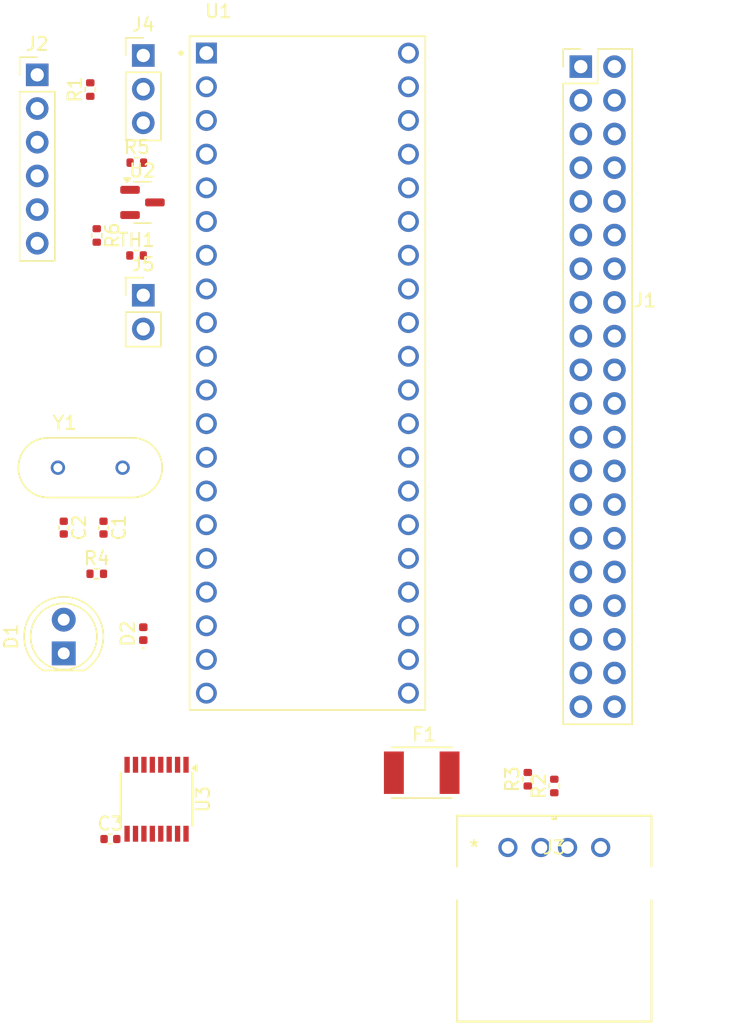
<source format=kicad_pcb>
(kicad_pcb (version 20240108) (generator "pcbnew") (generator_version "8.0")
  (layers (0 "F.Cu" signal) (31 "B.Cu" signal) (34 "B.Paste" user) (35 "F.Paste" user) (36 "B.SilkS" user "B.Silkscreen") (37 "F.SilkS" user "F.Silkscreen") (38 "B.Mask" user) (39 "F.Mask" user) (44 "Edge.Cuts" user))
  (net 0 "")
  (net 1 "GND")
  (net 2 "/OSC1{slash}CLKI{slash}RA7")
  (net 3 "/OSC2{slash}CLKO{slash}RA6")
  (net 4 "/RD4{slash}PSP4")
  (net 5 "Net-(U3-3V3OUT)")
  (net 6 "/RB5{slash}KBI1{slash}PGM")
  (net 7 "/RA3{slash}AN3{slash}VREF+")
  (net 8 "/RB6{slash}KBI2{slash}PGC")
  (net 9 "/RD7{slash}PSP7{slash}P1D")
  (net 10 "/RB2{slash}INT2{slash}AN8")
  (net 11 "/RB3{slash}AN9{slash}CCP2(1)")
  (net 12 "VCC")
  (net 13 "/RE2{slash}CS*{slash}AN7")
  (net 14 "/RD3{slash}PSP3")
  (net 15 "/RB0{slash}INT0{slash}FLT0{slash}AN12")
  (net 16 "/RD0{slash}PSP0")
  (net 17 "/RB7{slash}KBI3{slash}PGD")
  (net 18 "/RE1{slash}WR*{slash}AN6")
  (net 19 "/*MCLR{slash}VPP{slash}RE3")
  (net 20 "/RA2{slash}AN2{slash}VREF-{slash}CVREF")
  (net 21 "/RC3{slash}SCK{slash}SCL")
  (net 22 "/RC1{slash}T1OSI{slash}CCP2(1)")
  (net 23 "/RD5{slash}PSP5{slash}P1B")
  (net 24 "/RC6{slash}TX{slash}CK")
  (net 25 "/RA1{slash}AN1")
  (net 26 "/RE0{slash}RD*{slash}AN5")
  (net 27 "/RC4{slash}SDI{slash}SDA")
  (net 28 "/RC0{slash}T1OSO{slash}T13CKI")
  (net 29 "/RC2{slash}CCP1{slash}P1A")
  (net 30 "/RC7{slash}RX{slash}DT")
  (net 31 "/RD6{slash}PSP6{slash}P1C")
  (net 32 "/RC5{slash}SDO")
  (net 33 "/RB4{slash}KBI0{slash}AN11")
  (net 34 "/RD2{slash}PSP2")
  (net 35 "/RA4{slash}T0CKI{slash}C1OUT")
  (net 36 "/RD1{slash}PSP1")
  (net 37 "/RB1{slash}INT1{slash}AN10")
  (net 38 "/RA0{slash}AN0")
  (net 39 "Net-(U3-USBDM)")
  (net 45 "Net-(U3-USBDP)")
  (net 47 "Net-(J3-D-)")
  (net 48 "Net-(J3-D+)")
  (net 49 "Net-(D1-A)")
  (net 52 "/VTHERM")
  (net 54 "/RA5{slash}AN4{slash}SS*{slash}HLVDIN{slash}C2OUT")
  (net 55 "Net-(J3-VBUS)")
  (footprint "LED_THT:LED_D5.0mm" (layer "F.Cu") (at 161 115 90)
    (property "Reference" "D1" (at 1.27 -3.96 270) (layer "F.SilkS"))
    (property "Value" "LED")
    (fp_line (start -1.29 -1.545) (end -1.29 1.545) (stroke (width 0.12)) (layer "F.SilkS"))
    (fp_arc (start -1.29 -1.54483) (mid 2.072002 -2.880433) (end 4.26 0.000462) (stroke (width 0.12)) (layer "F.SilkS"))
    (fp_arc (start 4.26 -0.000462) (mid 2.072002 2.880433) (end -1.29 1.54483) (stroke (width 0.12)) (layer "F.SilkS"))
    (fp_circle (center 1.27 0) (end 3.77 0) (stroke (width 0.12)) (fill none) (layer "F.SilkS"))
    (pad "1" thru_hole rect (at 0 0 90) (size 1.8 1.8) (drill 0.9) (layers "*.Cu" "*.Mask") (net 1 "GND"))
    (pad "2" thru_hole circle (at 2.54 0 90) (size 1.8 1.8) (drill 0.9) (layers "*.Cu" "*.Mask") (net 49 "Net-(D1-A)"))
  )
  (footprint "Connector_PinHeader_2.54mm:PinHeader_1x06_P2.54mm_Vertical" (layer "F.Cu") (at 159 71.38)
    (property "Reference" "J2" (at 0 -2.33 0) (layer "F.SilkS"))
    (property "Value" "Conn_01x06")
    (fp_line (start -1.33 -1.33) (end 0 -1.33) (stroke (width 0.12)) (layer "F.SilkS"))
    (fp_line (start -1.33 0) (end -1.33 -1.33) (stroke (width 0.12)) (layer "F.SilkS"))
    (fp_line (start -1.33 1.27) (end -1.33 14.03) (stroke (width 0.12)) (layer "F.SilkS"))
    (fp_line (start -1.33 1.27) (end 1.33 1.27) (stroke (width 0.12)) (layer "F.SilkS"))
    (fp_line (start -1.33 14.03) (end 1.33 14.03) (stroke (width 0.12)) (layer "F.SilkS"))
    (fp_line (start 1.33 1.27) (end 1.33 14.03) (stroke (width 0.12)) (layer "F.SilkS"))
    (pad "1" thru_hole rect (at 0 0) (size 1.7 1.7) (drill 1) (layers "*.Cu" "*.Mask") (net 19 "/*MCLR{slash}VPP{slash}RE3"))
    (pad "2" thru_hole oval (at 0 2.54) (size 1.7 1.7) (drill 1) (layers "*.Cu" "*.Mask") (net 12 "VCC"))
    (pad "3" thru_hole oval (at 0 5.08) (size 1.7 1.7) (drill 1) (layers "*.Cu" "*.Mask") (net 1 "GND"))
    (pad "4" thru_hole oval (at 0 7.62) (size 1.7 1.7) (drill 1) (layers "*.Cu" "*.Mask") (net 17 "/RB7{slash}KBI3{slash}PGD"))
    (pad "5" thru_hole oval (at 0 10.16) (size 1.7 1.7) (drill 1) (layers "*.Cu" "*.Mask") (net 8 "/RB6{slash}KBI2{slash}PGC"))
    (pad "6" thru_hole oval (at 0 12.7) (size 1.7 1.7) (drill 1) (layers "*.Cu" "*.Mask"))
  )
  (footprint "Resistor_SMD:R_0402_1005Metric" (layer "F.Cu") (at 166.51 78)
    (property "Reference" "R5" (at 0 -1.17 0) (layer "F.SilkS"))
    (property "Value" "33")
    (fp_line (start -0.153641 -0.38) (end 0.153641 -0.38) (stroke (width 0.12)) (layer "F.SilkS"))
    (fp_line (start -0.153641 0.38) (end 0.153641 0.38) (stroke (width 0.12)) (layer "F.SilkS"))
    (pad "1" smd roundrect (at -0.51 0) (size 0.54 0.64) (layers "F.Cu" "F.Paste" "F.Mask") (net 12 "VCC"))
    (pad "2" smd roundrect (at 0.51 0) (size 0.54 0.64) (layers "F.Cu" "F.Paste" "F.Mask") (net 7 "/RA3{slash}AN3{slash}VREF+"))
  )
  (footprint "PinSockets:PinSocket_2x20_Counter_Clockwise_P2.54mm_Vertical" (layer "F.Cu") (at 202.54 70.76)
    (property "Reference" "J1" (at 2.29 17.63 0) (layer "F.SilkS"))
    (property "Value" "Conn_02x20_Counter_Clockwise")
    (fp_line (start -3.87 -1.33) (end -3.87 0) (stroke (width 0.12)) (layer "F.SilkS"))
    (fp_line (start -3.87 1.27) (end -3.87 49.59) (stroke (width 0.12)) (layer "F.SilkS"))
    (fp_line (start -2.54 -1.33) (end -3.87 -1.33) (stroke (width 0.12)) (layer "F.SilkS"))
    (fp_line (start -1.27 -1.33) (end -1.27 1.27) (stroke (width 0.12)) (layer "F.SilkS"))
    (fp_line (start -1.27 1.27) (end -3.87 1.27) (stroke (width 0.12)) (layer "F.SilkS"))
    (fp_line (start 1.33 -1.33) (end -1.27 -1.33) (stroke (width 0.12)) (layer "F.SilkS"))
    (fp_line (start 1.33 -1.33) (end 1.33 49.59) (stroke (width 0.12)) (layer "F.SilkS"))
    (fp_line (start 1.33 49.59) (end -3.87 49.59) (stroke (width 0.12)) (layer "F.SilkS"))
    (pad "1" thru_hole rect (at -2.54 0) (size 1.7 1.7) (drill 1) (layers "*.Cu" "*.Mask") (net 19 "/*MCLR{slash}VPP{slash}RE3"))
    (pad "2" thru_hole oval (at -2.54 2.54) (size 1.7 1.7) (drill 1) (layers "*.Cu" "*.Mask") (net 38 "/RA0{slash}AN0"))
    (pad "3" thru_hole oval (at -2.54 5.08) (size 1.7 1.7) (drill 1) (layers "*.Cu" "*.Mask") (net 25 "/RA1{slash}AN1"))
    (pad "4" thru_hole oval (at -2.54 7.62) (size 1.7 1.7) (drill 1) (layers "*.Cu" "*.Mask") (net 20 "/RA2{slash}AN2{slash}VREF-{slash}CVREF"))
    (pad "5" thru_hole oval (at -2.54 10.16) (size 1.7 1.7) (drill 1) (layers "*.Cu" "*.Mask") (net 7 "/RA3{slash}AN3{slash}VREF+"))
    (pad "6" thru_hole oval (at -2.54 12.7) (size 1.7 1.7) (drill 1) (layers "*.Cu" "*.Mask") (net 35 "/RA4{slash}T0CKI{slash}C1OUT"))
    (pad "7" thru_hole oval (at -2.54 15.24) (size 1.7 1.7) (drill 1) (layers "*.Cu" "*.Mask"))
    (pad "8" thru_hole oval (at -2.54 17.78) (size 1.7 1.7) (drill 1) (layers "*.Cu" "*.Mask") (net 26 "/RE0{slash}RD*{slash}AN5"))
    (pad "9" thru_hole oval (at -2.54 20.32) (size 1.7 1.7) (drill 1) (layers "*.Cu" "*.Mask") (net 18 "/RE1{slash}WR*{slash}AN6"))
    (pad "10" thru_hole oval (at -2.54 22.86) (size 1.7 1.7) (drill 1) (layers "*.Cu" "*.Mask") (net 13 "/RE2{slash}CS*{slash}AN7"))
    (pad "11" thru_hole oval (at -2.54 25.4) (size 1.7 1.7) (drill 1) (layers "*.Cu" "*.Mask") (net 12 "VCC"))
    (pad "12" thru_hole oval (at -2.54 27.94) (size 1.7 1.7) (drill 1) (layers "*.Cu" "*.Mask") (net 1 "GND"))
    (pad "13" thru_hole oval (at -2.54 30.48) (size 1.7 1.7) (drill 1) (layers "*.Cu" "*.Mask") (net 2 "/OSC1{slash}CLKI{slash}RA7"))
    (pad "14" thru_hole oval (at -2.54 33.02) (size 1.7 1.7) (drill 1) (layers "*.Cu" "*.Mask") (net 3 "/OSC2{slash}CLKO{slash}RA6"))
    (pad "15" thru_hole oval (at -2.54 35.56) (size 1.7 1.7) (drill 1) (layers "*.Cu" "*.Mask") (net 28 "/RC0{slash}T1OSO{slash}T13CKI"))
    (pad "16" thru_hole oval (at -2.54 38.1) (size 1.7 1.7) (drill 1) (layers "*.Cu" "*.Mask") (net 22 "/RC1{slash}T1OSI{slash}CCP2(1)"))
    (pad "17" thru_hole oval (at -2.54 40.64) (size 1.7 1.7) (drill 1) (layers "*.Cu" "*.Mask") (net 29 "/RC2{slash}CCP1{slash}P1A"))
    (pad "18" thru_hole oval (at -2.54 43.18) (size 1.7 1.7) (drill 1) (layers "*.Cu" "*.Mask") (net 21 "/RC3{slash}SCK{slash}SCL"))
    (pad "19" thru_hole oval (at -2.54 45.72) (size 1.7 1.7) (drill 1) (layers "*.Cu" "*.Mask") (net 16 "/RD0{slash}PSP0"))
    (pad "20" thru_hole oval (at -2.54 48.26) (size 1.7 1.7) (drill 1) (layers "*.Cu" "*.Mask") (net 36 "/RD1{slash}PSP1"))
    (pad "21" thru_hole oval (at 0 48.26) (size 1.7 1.7) (drill 1) (layers "*.Cu" "*.Mask") (net 34 "/RD2{slash}PSP2"))
    (pad "22" thru_hole oval (at 0 45.72) (size 1.7 1.7) (drill 1) (layers "*.Cu" "*.Mask") (net 14 "/RD3{slash}PSP3"))
    (pad "23" thru_hole oval (at 0 43.18) (size 1.7 1.7) (drill 1) (layers "*.Cu" "*.Mask") (net 27 "/RC4{slash}SDI{slash}SDA"))
    (pad "24" thru_hole oval (at 0 40.64) (size 1.7 1.7) (drill 1) (layers "*.Cu" "*.Mask") (net 32 "/RC5{slash}SDO"))
    (pad "25" thru_hole oval (at 0 38.1) (size 1.7 1.7) (drill 1) (layers "*.Cu" "*.Mask") (net 24 "/RC6{slash}TX{slash}CK"))
    (pad "26" thru_hole oval (at 0 35.56) (size 1.7 1.7) (drill 1) (layers "*.Cu" "*.Mask") (net 30 "/RC7{slash}RX{slash}DT"))
    (pad "27" thru_hole oval (at 0 33.02) (size 1.7 1.7) (drill 1) (layers "*.Cu" "*.Mask") (net 4 "/RD4{slash}PSP4"))
    (pad "28" thru_hole oval (at 0 30.48) (size 1.7 1.7) (drill 1) (layers "*.Cu" "*.Mask") (net 23 "/RD5{slash}PSP5{slash}P1B"))
    (pad "29" thru_hole oval (at 0 27.94) (size 1.7 1.7) (drill 1) (layers "*.Cu" "*.Mask") (net 31 "/RD6{slash}PSP6{slash}P1C"))
    (pad "30" thru_hole oval (at 0 25.4) (size 1.7 1.7) (drill 1) (layers "*.Cu" "*.Mask") (net 9 "/RD7{slash}PSP7{slash}P1D"))
    (pad "31" thru_hole oval (at 0 22.86) (size 1.7 1.7) (drill 1) (layers "*.Cu" "*.Mask") (net 1 "GND"))
    (pad "32" thru_hole oval (at 0 20.32) (size 1.7 1.7) (drill 1) (layers "*.Cu" "*.Mask") (net 12 "VCC"))
    (pad "33" thru_hole oval (at 0 17.78) (size 1.7 1.7) (drill 1) (layers "*.Cu" "*.Mask") (net 15 "/RB0{slash}INT0{slash}FLT0{slash}AN12"))
    (pad "34" thru_hole oval (at 0 15.24) (size 1.7 1.7) (drill 1) (layers "*.Cu" "*.Mask") (net 37 "/RB1{slash}INT1{slash}AN10"))
    (pad "35" thru_hole oval (at 0 12.7) (size 1.7 1.7) (drill 1) (layers "*.Cu" "*.Mask") (net 10 "/RB2{slash}INT2{slash}AN8"))
    (pad "36" thru_hole oval (at 0 10.16) (size 1.7 1.7) (drill 1) (layers "*.Cu" "*.Mask") (net 11 "/RB3{slash}AN9{slash}CCP2(1)"))
    (pad "37" thru_hole oval (at 0 7.62) (size 1.7 1.7) (drill 1) (layers "*.Cu" "*.Mask") (net 33 "/RB4{slash}KBI0{slash}AN11"))
    (pad "38" thru_hole oval (at 0 5.08) (size 1.7 1.7) (drill 1) (layers "*.Cu" "*.Mask") (net 6 "/RB5{slash}KBI1{slash}PGM"))
    (pad "39" thru_hole oval (at 0 2.54) (size 1.7 1.7) (drill 1) (layers "*.Cu" "*.Mask") (net 8 "/RB6{slash}KBI2{slash}PGC"))
    (pad "40" thru_hole oval (at 0 0) (size 1.7 1.7) (drill 1) (layers "*.Cu" "*.Mask") (net 17 "/RB7{slash}KBI3{slash}PGD"))
  )
  (footprint "Resistor_SMD:R_0402_1005Metric" (layer "F.Cu") (at 163 72.49 90)
    (property "Reference" "R1" (at 0 -1.17 270) (layer "F.SilkS"))
    (property "Value" "10K")
    (fp_line (start -0.153641 -0.38) (end 0.153641 -0.38) (stroke (width 0.12)) (layer "F.SilkS"))
    (fp_line (start -0.153641 0.38) (end 0.153641 0.38) (stroke (width 0.12)) (layer "F.SilkS"))
    (pad "1" smd roundrect (at -0.51 0 90) (size 0.54 0.64) (layers "F.Cu" "F.Paste" "F.Mask") (net 12 "VCC"))
    (pad "2" smd roundrect (at 0.51 0 90) (size 0.54 0.64) (layers "F.Cu" "F.Paste" "F.Mask") (net 19 "/*MCLR{slash}VPP{slash}RE3"))
  )
  (footprint "Package_SO:SSOP-16_3.9x4.9mm_P0.635mm" (layer "F.Cu") (at 168 126 -90)
    (property "Reference" "U3" (at 0 -3.5 90) (layer "F.SilkS"))
    (property "Value" "FT230XS")
    (fp_line (start -2 2.7) (end 2 2.7) (stroke (width 0.15)) (layer "F.SilkS"))
    (fp_line (start -2 -2.7) (end 2 -2.7) (stroke (width 0.15)) (layer "F.SilkS"))
    (fp_poly (pts (xy -2.35 -2.7) (xy -2.59 -3.03) (xy -2.11 -3.03) (xy -2.35 -2.7)) (stroke (width 0.12)) (fill solid) (layer "F.SilkS"))
    (pad "1" smd rect (at -2.6 -2.2225 270) (size 1.2 0.4) (layers "F.Cu" "F.Paste" "F.Mask") (net 30 "/RC7{slash}RX{slash}DT"))
    (pad "2" smd rect (at -2.6 -1.5875 270) (size 1.2 0.4) (layers "F.Cu" "F.Paste" "F.Mask"))
    (pad "3" smd rect (at -2.6 -0.9525 270) (size 1.2 0.4) (layers "F.Cu" "F.Paste" "F.Mask") (net 5 "Net-(U3-3V3OUT)"))
    (pad "4" smd rect (at -2.6 -0.3175 270) (size 1.2 0.4) (layers "F.Cu" "F.Paste" "F.Mask") (net 24 "/RC6{slash}TX{slash}CK"))
    (pad "5" smd rect (at -2.6 0.3175 270) (size 1.2 0.4) (layers "F.Cu" "F.Paste" "F.Mask") (net 1 "GND"))
    (pad "6" smd rect (at -2.6 0.9525 270) (size 1.2 0.4) (layers "F.Cu" "F.Paste" "F.Mask"))
    (pad "7" smd rect (at -2.6 1.5875 270) (size 1.2 0.4) (layers "F.Cu" "F.Paste" "F.Mask"))
    (pad "8" smd rect (at -2.6 2.2225 270) (size 1.2 0.4) (layers "F.Cu" "F.Paste" "F.Mask") (net 45 "Net-(U3-USBDP)"))
    (pad "9" smd rect (at 2.6 2.2225 270) (size 1.2 0.4) (layers "F.Cu" "F.Paste" "F.Mask") (net 39 "Net-(U3-USBDM)"))
    (pad "10" smd rect (at 2.6 1.5875 270) (size 1.2 0.4) (layers "F.Cu" "F.Paste" "F.Mask") (net 5 "Net-(U3-3V3OUT)"))
    (pad "11" smd rect (at 2.6 0.9525 270) (size 1.2 0.4) (layers "F.Cu" "F.Paste" "F.Mask") (net 5 "Net-(U3-3V3OUT)"))
    (pad "12" smd rect (at 2.6 0.3175 270) (size 1.2 0.4) (layers "F.Cu" "F.Paste" "F.Mask") (net 12 "VCC"))
    (pad "13" smd rect (at 2.6 -0.3175 270) (size 1.2 0.4) (layers "F.Cu" "F.Paste" "F.Mask") (net 1 "GND"))
    (pad "14" smd rect (at 2.6 -0.9525 270) (size 1.2 0.4) (layers "F.Cu" "F.Paste" "F.Mask"))
    (pad "15" smd rect (at 2.6 -1.5875 270) (size 1.2 0.4) (layers "F.Cu" "F.Paste" "F.Mask"))
    (pad "16" smd rect (at 2.6 -2.2225 270) (size 1.2 0.4) (layers "F.Cu" "F.Paste" "F.Mask"))
  )
  (footprint "Capacitor_SMD:C_0402_1005Metric" (layer "F.Cu") (at 164.52 129)
    (property "Reference" "C3" (at 0 -1.16 0) (layer "F.SilkS"))
    (property "Value" "100nF")
    (fp_line (start -0.107836 -0.36) (end 0.107836 -0.36) (stroke (width 0.12)) (layer "F.SilkS"))
    (fp_line (start -0.107836 0.36) (end 0.107836 0.36) (stroke (width 0.12)) (layer "F.SilkS"))
    (pad "1" smd roundrect (at -0.48 0) (size 0.56 0.62) (layers "F.Cu" "F.Paste" "F.Mask") (net 5 "Net-(U3-3V3OUT)"))
    (pad "2" smd roundrect (at 0.48 0) (size 0.56 0.62) (layers "F.Cu" "F.Paste" "F.Mask") (net 1 "GND"))
  )
  (footprint "Capacitor_SMD:C_0402_1005Metric" (layer "F.Cu") (at 161 105.52 -90)
    (property "Reference" "C2" (at 0 -1.16 90) (layer "F.SilkS"))
    (property "Value" "22pF")
    (fp_line (start -0.107836 0.36) (end 0.107836 0.36) (stroke (width 0.12)) (layer "F.SilkS"))
    (fp_line (start -0.107836 -0.36) (end 0.107836 -0.36) (stroke (width 0.12)) (layer "F.SilkS"))
    (pad "1" smd roundrect (at -0.48 0 270) (size 0.56 0.62) (layers "F.Cu" "F.Paste" "F.Mask") (net 1 "GND"))
    (pad "2" smd roundrect (at 0.48 0 270) (size 0.56 0.62) (layers "F.Cu" "F.Paste" "F.Mask") (net 3 "/OSC2{slash}CLKO{slash}RA6"))
  )
  (footprint "Resistor_SMD:R_0402_1005Metric" (layer "F.Cu") (at 196 124.49 90)
    (property "Reference" "R3" (at 0 -1.17 270) (layer "F.SilkS"))
    (property "Value" "27")
    (fp_line (start -0.153641 -0.38) (end 0.153641 -0.38) (stroke (width 0.12)) (layer "F.SilkS"))
    (fp_line (start -0.153641 0.38) (end 0.153641 0.38) (stroke (width 0.12)) (layer "F.SilkS"))
    (pad "1" smd roundrect (at -0.51 0 90) (size 0.54 0.64) (layers "F.Cu" "F.Paste" "F.Mask") (net 47 "Net-(J3-D-)"))
    (pad "2" smd roundrect (at 0.51 0 90) (size 0.54 0.64) (layers "F.Cu" "F.Paste" "F.Mask") (net 39 "Net-(U3-USBDM)"))
  )
  (footprint "ATS08A-E:XTAL_HC49P488W43L1085T450H368" (layer "F.Cu") (at 163 101)
    (property "Reference" "Y1" (at -1.925 -3.385 0) (layer "F.SilkS"))
    (property "Value" "8 MHz")
    (fp_line (start -3.175 -2.25) (end 3.175 -2.25) (stroke (width 0.127)) (layer "F.SilkS"))
    (fp_line (start 3.175 2.25) (end -3.175 2.25) (stroke (width 0.127)) (layer "F.SilkS"))
    (fp_arc (start -5.425 0) (mid -4.76599 -1.59099) (end -3.175 -2.25) (stroke (width 0.127)) (layer "F.SilkS"))
    (fp_arc (start -3.175 2.25) (mid -4.76599 1.59099) (end -5.425 0) (stroke (width 0.127)) (layer "F.SilkS"))
    (fp_arc (start 3.175 -2.25) (mid 4.76599 -1.59099) (end 5.425 0) (stroke (width 0.127)) (layer "F.SilkS"))
    (fp_arc (start 5.425 0) (mid 4.76599 1.59099) (end 3.175 2.25) (stroke (width 0.127)) (layer "F.SilkS"))
    (pad "1" thru_hole circle (at -2.44 0) (size 1.08 1.08) (drill 0.68) (layers "*.Cu" "*.Mask") (net 3 "/OSC2{slash}CLKO{slash}RA6"))
    (pad "2" thru_hole circle (at 2.44 0) (size 1.08 1.08) (drill 0.68) (layers "*.Cu" "*.Mask") (net 2 "/OSC1{slash}CLKI{slash}RA7"))
  )
  (footprint "DILB40P-223TLF:AMPHENOL_DILB40P-223TLF" (layer "F.Cu") (at 179.38 93.87)
    (property "Reference" "U1" (at -6.715 -27.285 0) (layer "F.SilkS"))
    (property "Value" "PIC18F4321-I/P")
    (fp_line (start -8.89 -25.4) (end 8.89 -25.4) (stroke (width 0.127)) (layer "F.SilkS"))
    (fp_line (start -8.89 25.4) (end -8.89 -25.4) (stroke (width 0.127)) (layer "F.SilkS"))
    (fp_line (start 8.89 25.4) (end -8.89 25.4) (stroke (width 0.127)) (layer "F.SilkS"))
    (fp_line (start 8.89 25.4) (end 8.89 -25.4) (stroke (width 0.127)) (layer "F.SilkS"))
    (fp_circle (center -9.54 -24.13) (end -9.44 -24.13) (stroke (width 0.2)) (fill none) (layer "F.SilkS"))
    (pad "1" thru_hole rect (at -7.62 -24.13) (size 1.575 1.575) (drill 1.05) (layers "*.Cu" "*.Mask") (net 19 "/*MCLR{slash}VPP{slash}RE3"))
    (pad "2" thru_hole circle (at -7.62 -21.59) (size 1.575 1.575) (drill 1.05) (layers "*.Cu" "*.Mask") (net 38 "/RA0{slash}AN0"))
    (pad "3" thru_hole circle (at -7.62 -19.05) (size 1.575 1.575) (drill 1.05) (layers "*.Cu" "*.Mask") (net 25 "/RA1{slash}AN1"))
    (pad "4" thru_hole circle (at -7.62 -16.51) (size 1.575 1.575) (drill 1.05) (layers "*.Cu" "*.Mask") (net 20 "/RA2{slash}AN2{slash}VREF-{slash}CVREF"))
    (pad "5" thru_hole circle (at -7.62 -13.97) (size 1.575 1.575) (drill 1.05) (layers "*.Cu" "*.Mask") (net 7 "/RA3{slash}AN3{slash}VREF+"))
    (pad "6" thru_hole circle (at -7.62 -11.43) (size 1.575 1.575) (drill 1.05) (layers "*.Cu" "*.Mask") (net 35 "/RA4{slash}T0CKI{slash}C1OUT"))
    (pad "7" thru_hole circle (at -7.62 -8.89) (size 1.575 1.575) (drill 1.05) (layers "*.Cu" "*.Mask") (net 54 "/RA5{slash}AN4{slash}SS*{slash}HLVDIN{slash}C2OUT"))
    (pad "8" thru_hole circle (at -7.62 -6.35) (size 1.575 1.575) (drill 1.05) (layers "*.Cu" "*.Mask") (net 26 "/RE0{slash}RD*{slash}AN5"))
    (pad "9" thru_hole circle (at -7.62 -3.81) (size 1.575 1.575) (drill 1.05) (layers "*.Cu" "*.Mask") (net 18 "/RE1{slash}WR*{slash}AN6"))
    (pad "10" thru_hole circle (at -7.62 -1.27) (size 1.575 1.575) (drill 1.05) (layers "*.Cu" "*.Mask") (net 13 "/RE2{slash}CS*{slash}AN7"))
    (pad "11" thru_hole circle (at -7.62 1.27) (size 1.575 1.575) (drill 1.05) (layers "*.Cu" "*.Mask") (net 12 "VCC"))
    (pad "12" thru_hole circle (at -7.62 3.81) (size 1.575 1.575) (drill 1.05) (layers "*.Cu" "*.Mask") (net 1 "GND"))
    (pad "13" thru_hole circle (at -7.62 6.35) (size 1.575 1.575) (drill 1.05) (layers "*.Cu" "*.Mask") (net 2 "/OSC1{slash}CLKI{slash}RA7"))
    (pad "14" thru_hole circle (at -7.62 8.89) (size 1.575 1.575) (drill 1.05) (layers "*.Cu" "*.Mask") (net 3 "/OSC2{slash}CLKO{slash}RA6"))
    (pad "15" thru_hole circle (at -7.62 11.43) (size 1.575 1.575) (drill 1.05) (layers "*.Cu" "*.Mask") (net 28 "/RC0{slash}T1OSO{slash}T13CKI"))
    (pad "16" thru_hole circle (at -7.62 13.97) (size 1.575 1.575) (drill 1.05) (layers "*.Cu" "*.Mask") (net 22 "/RC1{slash}T1OSI{slash}CCP2(1)"))
    (pad "17" thru_hole circle (at -7.62 16.51) (size 1.575 1.575) (drill 1.05) (layers "*.Cu" "*.Mask") (net 29 "/RC2{slash}CCP1{slash}P1A"))
    (pad "18" thru_hole circle (at -7.62 19.05) (size 1.575 1.575) (drill 1.05) (layers "*.Cu" "*.Mask") (net 21 "/RC3{slash}SCK{slash}SCL"))
    (pad "19" thru_hole circle (at -7.62 21.59) (size 1.575 1.575) (drill 1.05) (layers "*.Cu" "*.Mask") (net 16 "/RD0{slash}PSP0"))
    (pad "20" thru_hole circle (at -7.62 24.13) (size 1.575 1.575) (drill 1.05) (layers "*.Cu" "*.Mask") (net 36 "/RD1{slash}PSP1"))
    (pad "21" thru_hole circle (at 7.62 24.13) (size 1.575 1.575) (drill 1.05) (layers "*.Cu" "*.Mask") (net 34 "/RD2{slash}PSP2"))
    (pad "22" thru_hole circle (at 7.62 21.59) (size 1.575 1.575) (drill 1.05) (layers "*.Cu" "*.Mask") (net 14 "/RD3{slash}PSP3"))
    (pad "23" thru_hole circle (at 7.62 19.05) (size 1.575 1.575) (drill 1.05) (layers "*.Cu" "*.Mask") (net 27 "/RC4{slash}SDI{slash}SDA"))
    (pad "24" thru_hole circle (at 7.62 16.51) (size 1.575 1.575) (drill 1.05) (layers "*.Cu" "*.Mask") (net 32 "/RC5{slash}SDO"))
    (pad "25" thru_hole circle (at 7.62 13.97) (size 1.575 1.575) (drill 1.05) (layers "*.Cu" "*.Mask") (net 24 "/RC6{slash}TX{slash}CK"))
    (pad "26" thru_hole circle (at 7.62 11.43) (size 1.575 1.575) (drill 1.05) (layers "*.Cu" "*.Mask") (net 30 "/RC7{slash}RX{slash}DT"))
    (pad "27" thru_hole circle (at 7.62 8.89) (size 1.575 1.575) (drill 1.05) (layers "*.Cu" "*.Mask") (net 4 "/RD4{slash}PSP4"))
    (pad "28" thru_hole circle (at 7.62 6.35) (size 1.575 1.575) (drill 1.05) (layers "*.Cu" "*.Mask") (net 23 "/RD5{slash}PSP5{slash}P1B"))
    (pad "29" thru_hole circle (at 7.62 3.81) (size 1.575 1.575) (drill 1.05) (layers "*.Cu" "*.Mask") (net 31 "/RD6{slash}PSP6{slash}P1C"))
    (pad "30" thru_hole circle (at 7.62 1.27) (size 1.575 1.575) (drill 1.05) (layers "*.Cu" "*.Mask") (net 9 "/RD7{slash}PSP7{slash}P1D"))
    (pad "31" thru_hole circle (at 7.62 -1.27) (size 1.575 1.575) (drill 1.05) (layers "*.Cu" "*.Mask") (net 1 "GND"))
    (pad "32" thru_hole circle (at 7.62 -3.81) (size 1.575 1.575) (drill 1.05) (layers "*.Cu" "*.Mask") (net 12 "VCC"))
    (pad "33" thru_hole circle (at 7.62 -6.35) (size 1.575 1.575) (drill 1.05) (layers "*.Cu" "*.Mask") (net 15 "/RB0{slash}INT0{slash}FLT0{slash}AN12"))
    (pad "34" thru_hole circle (at 7.62 -8.89) (size 1.575 1.575) (drill 1.05) (layers "*.Cu" "*.Mask") (net 37 "/RB1{slash}INT1{slash}AN10"))
    (pad "35" thru_hole circle (at 7.62 -11.43) (size 1.575 1.575) (drill 1.05) (layers "*.Cu" "*.Mask") (net 10 "/RB2{slash}INT2{slash}AN8"))
    (pad "36" thru_hole circle (at 7.62 -13.97) (size 1.575 1.575) (drill 1.05) (layers "*.Cu" "*.Mask") (net 11 "/RB3{slash}AN9{slash}CCP2(1)"))
    (pad "37" thru_hole circle (at 7.62 -16.51) (size 1.575 1.575) (drill 1.05) (layers "*.Cu" "*.Mask") (net 33 "/RB4{slash}KBI0{slash}AN11"))
    (pad "38" thru_hole circle (at 7.62 -19.05) (size 1.575 1.575) (drill 1.05) (layers "*.Cu" "*.Mask") (net 6 "/RB5{slash}KBI1{slash}PGM"))
    (pad "39" thru_hole circle (at 7.62 -21.59) (size 1.575 1.575) (drill 1.05) (layers "*.Cu" "*.Mask") (net 8 "/RB6{slash}KBI2{slash}PGC"))
    (pad "40" thru_hole circle (at 7.62 -24.13) (size 1.575 1.575) (drill 1.05) (layers "*.Cu" "*.Mask") (net 17 "/RB7{slash}KBI3{slash}PGD"))
  )
  (footprint "Connector_PinHeader_2.54mm:PinHeader_1x03_P2.54mm_Vertical" (layer "F.Cu") (at 167 69.92)
    (property "Reference" "J4" (at 0 -2.33 0) (layer "F.SilkS"))
    (property "Value" "Conn_01x03")
    (fp_line (start -1.33 -1.33) (end 0 -1.33) (stroke (width 0.12)) (layer "F.SilkS"))
    (fp_line (start -1.33 0) (end -1.33 -1.33) (stroke (width 0.12)) (layer "F.SilkS"))
    (fp_line (start -1.33 1.27) (end -1.33 6.41) (stroke (width 0.12)) (layer "F.SilkS"))
    (fp_line (start -1.33 1.27) (end 1.33 1.27) (stroke (width 0.12)) (layer "F.SilkS"))
    (fp_line (start -1.33 6.41) (end 1.33 6.41) (stroke (width 0.12)) (layer "F.SilkS"))
    (fp_line (start 1.33 1.27) (end 1.33 6.41) (stroke (width 0.12)) (layer "F.SilkS"))
    (pad "1" thru_hole rect (at 0 0) (size 1.7 1.7) (drill 1) (layers "*.Cu" "*.Mask"))
    (pad "2" thru_hole oval (at 0 2.54) (size 1.7 1.7) (drill 1) (layers "*.Cu" "*.Mask") (net 25 "/RA1{slash}AN1"))
    (pad "3" thru_hole oval (at 0 5.08) (size 1.7 1.7) (drill 1) (layers "*.Cu" "*.Mask") (net 7 "/RA3{slash}AN3{slash}VREF+"))
  )
  (footprint "Capacitor_SMD:C_0402_1005Metric" (layer "F.Cu") (at 164 105.52 -90)
    (property "Reference" "C1" (at 0 -1.16 90) (layer "F.SilkS"))
    (property "Value" "22pF")
    (fp_line (start -0.107836 0.36) (end 0.107836 0.36) (stroke (width 0.12)) (layer "F.SilkS"))
    (fp_line (start -0.107836 -0.36) (end 0.107836 -0.36) (stroke (width 0.12)) (layer "F.SilkS"))
    (pad "1" smd roundrect (at -0.48 0 270) (size 0.56 0.62) (layers "F.Cu" "F.Paste" "F.Mask") (net 1 "GND"))
    (pad "2" smd roundrect (at 0.48 0 270) (size 0.56 0.62) (layers "F.Cu" "F.Paste" "F.Mask") (net 2 "/OSC1{slash}CLKI{slash}RA7"))
  )
  (footprint "Connector_PinHeader_2.54mm:PinHeader_1x02_P2.54mm_Vertical" (layer "F.Cu") (at 167 88)
    (property "Reference" "J5" (at 0 -2.33 0) (layer "F.SilkS"))
    (property "Value" "Conn_01x02")
    (fp_line (start -1.33 -1.33) (end 0 -1.33) (stroke (width 0.12)) (layer "F.SilkS"))
    (fp_line (start -1.33 0) (end -1.33 -1.33) (stroke (width 0.12)) (layer "F.SilkS"))
    (fp_line (start -1.33 1.27) (end -1.33 3.87) (stroke (width 0.12)) (layer "F.SilkS"))
    (fp_line (start -1.33 1.27) (end 1.33 1.27) (stroke (width 0.12)) (layer "F.SilkS"))
    (fp_line (start -1.33 3.87) (end 1.33 3.87) (stroke (width 0.12)) (layer "F.SilkS"))
    (fp_line (start 1.33 1.27) (end 1.33 3.87) (stroke (width 0.12)) (layer "F.SilkS"))
    (pad "1" thru_hole rect (at 0 0) (size 1.7 1.7) (drill 1) (layers "*.Cu" "*.Mask") (net 52 "/VTHERM"))
    (pad "2" thru_hole oval (at 0 2.54) (size 1.7 1.7) (drill 1) (layers "*.Cu" "*.Mask") (net 52 "/VTHERM"))
  )
  (footprint "Resistor_SMD:R_0402_1005Metric" (layer "F.Cu") (at 166.49 85)
    (property "Reference" "TH1" (at 0 -1.17 0) (layer "F.SilkS"))
    (property "Value" "10k")
    (fp_line (start -0.153641 -0.38) (end 0.153641 -0.38) (stroke (width 0.12)) (layer "F.SilkS"))
    (fp_line (start -0.153641 0.38) (end 0.153641 0.38) (stroke (width 0.12)) (layer "F.SilkS"))
    (pad "1" smd roundrect (at -0.51 0) (size 0.54 0.64) (layers "F.Cu" "F.Paste" "F.Mask") (net 52 "/VTHERM"))
    (pad "2" smd roundrect (at 0.51 0) (size 0.54 0.64) (layers "F.Cu" "F.Paste" "F.Mask") (net 1 "GND"))
  )
  (footprint "MF-MSMF200-2:FUSER_MF-MSMF200-2" (layer "F.Cu") (at 188 124)
    (property "Reference" "F1" (at 0.175 -2.885 0) (layer "F.SilkS"))
    (property "Value" "MF-MSMF200-2")
    (fp_line (start -2.275 1.9135) (end 2.275 1.9135) (stroke (width 0.127)) (layer "F.SilkS"))
    (fp_line (start 2.275 -1.9135) (end -2.275 -1.9135) (stroke (width 0.127)) (layer "F.SilkS"))
    (pad "1" smd rect (at -2.1 0) (size 1.5 3.2) (layers "F.Cu" "F.Paste" "F.Mask") (net 55 "Net-(J3-VBUS)"))
    (pad "2" smd rect (at 2.1 0) (size 1.5 3.2) (layers "F.Cu" "F.Paste" "F.Mask") (net 12 "VCC"))
  )
  (footprint "Resistor_SMD:R_0402_1005Metric" (layer "F.Cu") (at 163.49 83.49 -90)
    (property "Reference" "R6" (at 0 -1.17 90) (layer "F.SilkS"))
    (property "Value" "220")
    (fp_line (start -0.153641 0.38) (end 0.153641 0.38) (stroke (width 0.12)) (layer "F.SilkS"))
    (fp_line (start -0.153641 -0.38) (end 0.153641 -0.38) (stroke (width 0.12)) (layer "F.SilkS"))
    (pad "1" smd roundrect (at -0.51 0 270) (size 0.54 0.64) (layers "F.Cu" "F.Paste" "F.Mask") (net 52 "/VTHERM"))
    (pad "2" smd roundrect (at 0.51 0 270) (size 0.54 0.64) (layers "F.Cu" "F.Paste" "F.Mask") (net 7 "/RA3{slash}AN3{slash}VREF+"))
  )
  (footprint "Package_TO_SOT_SMD:SOT-23" (layer "F.Cu") (at 166.9375 81)
    (property "Reference" "U2" (at 0 -2.4 0) (layer "F.SilkS"))
    (property "Value" "LM4040DBZ-4.1")
    (fp_line (start 0 -1.56) (end -0.65 -1.56) (stroke (width 0.12)) (layer "F.SilkS"))
    (fp_line (start 0 -1.56) (end 0.65 -1.56) (stroke (width 0.12)) (layer "F.SilkS"))
    (fp_line (start 0 1.56) (end -0.65 1.56) (stroke (width 0.12)) (layer "F.SilkS"))
    (fp_line (start 0 1.56) (end 0.65 1.56) (stroke (width 0.12)) (layer "F.SilkS"))
    (fp_poly (pts (xy -1.1625 -1.51) (xy -1.4025 -1.84) (xy -0.9225 -1.84) (xy -1.1625 -1.51)) (stroke (width 0.12)) (fill solid) (layer "F.SilkS"))
    (pad "1" smd roundrect (at -0.9375 -0.95) (size 1.475 0.6) (layers "F.Cu" "F.Paste" "F.Mask") (net 7 "/RA3{slash}AN3{slash}VREF+"))
    (pad "2" smd roundrect (at -0.9375 0.95) (size 1.475 0.6) (layers "F.Cu" "F.Paste" "F.Mask") (net 1 "GND"))
    (pad "3" smd roundrect (at 0.9375 0) (size 1.475 0.6) (layers "F.Cu" "F.Paste" "F.Mask"))
  )
  (footprint "ul_676433910:CONN_67643-3910_MOL" (layer "F.Cu") (at 194.5 129.6373)
    (property "Reference" "J3" (at 3.500001 0 0) (layer "F.SilkS"))
    (property "Value" "USB_A")
    (fp_line (start -3.827899 -2.397) (end -3.827899 1.428969) (stroke (width 0.1524)) (layer "F.SilkS"))
    (fp_line (start -3.827899 3.991031) (end -3.827899 13.1224) (stroke (width 0.1524)) (layer "F.SilkS"))
    (fp_line (start -3.827899 13.1224) (end 10.827901 13.1224) (stroke (width 0.1524)) (layer "F.SilkS"))
    (fp_line (start 3.373001 -2.397) (end 3.373001 -2.143) (stroke (width 0.1524)) (layer "F.SilkS"))
    (fp_line (start 3.373001 -2.143) (end 3.627001 -2.143) (stroke (width 0.1524)) (layer "F.SilkS"))
    (fp_line (start 3.627001 -2.397) (end 3.373001 -2.397) (stroke (width 0.1524)) (layer "F.SilkS"))
    (fp_line (start 3.627001 -2.143) (end 3.627001 -2.397) (stroke (width 0.1524)) (layer "F.SilkS"))
    (fp_line (start 10.827901 -2.397) (end -3.827899 -2.397) (stroke (width 0.1524)) (layer "F.SilkS"))
    (fp_line (start 10.827901 1.428969) (end 10.827901 -2.397) (stroke (width 0.1524)) (layer "F.SilkS"))
    (fp_line (start 10.827901 13.1224) (end 10.827901 3.991031) (stroke (width 0.1524)) (layer "F.SilkS"))
    (fp_text user "*" (at -2.54 0 0) (layer "F.SilkS"))
    (fp_text user "*" (at -2.54 0 0) (layer "F.SilkS"))
    (pad "" np_thru_hole circle (at -3.069999 2.71) (size 2.3114 2.3114) (drill 2.3114) (layers "*.Cu" "*.Mask"))
    (pad "" np_thru_hole circle (at 10.07 2.71) (size 2.3114 2.3114) (drill 2.3114) (layers "*.Cu" "*.Mask"))
    (pad "1" thru_hole circle (at 0 0) (size 1.4478 1.4478) (drill 0.9398) (layers "*.Cu" "*.Mask") (net 55 "Net-(J3-VBUS)"))
    (pad "2" thru_hole circle (at 2.5 0) (size 1.4478 1.4478) (drill 0.9398) (layers "*.Cu" "*.Mask") (net 47 "Net-(J3-D-)"))
    (pad "3" thru_hole circle (at 4.500001 0) (size 1.4478 1.4478) (drill 0.9398) (layers "*.Cu" "*.Mask") (net 48 "Net-(J3-D+)"))
    (pad "4" thru_hole circle (at 7.000001 0) (size 1.4478 1.4478) (drill 0.9398) (layers "*.Cu" "*.Mask") (net 1 "GND"))
  )
  (footprint "Resistor_SMD:R_0402_1005Metric" (layer "F.Cu") (at 198 125 90)
    (property "Reference" "R2" (at 0 -1.17 270) (layer "F.SilkS"))
    (property "Value" "27")
    (fp_line (start -0.153641 -0.38) (end 0.153641 -0.38) (stroke (width 0.12)) (layer "F.SilkS"))
    (fp_line (start -0.153641 0.38) (end 0.153641 0.38) (stroke (width 0.12)) (layer "F.SilkS"))
    (pad "1" smd roundrect (at -0.51 0 90) (size 0.54 0.64) (layers "F.Cu" "F.Paste" "F.Mask") (net 48 "Net-(J3-D+)"))
    (pad "2" smd roundrect (at 0.51 0 90) (size 0.54 0.64) (layers "F.Cu" "F.Paste" "F.Mask") (net 45 "Net-(U3-USBDP)"))
  )
  (footprint "Resistor_SMD:R_0402_1005Metric" (layer "F.Cu") (at 163.49 109)
    (property "Reference" "R4" (at 0 -1.17 0) (layer "F.SilkS"))
    (property "Value" "220")
    (fp_line (start -0.153641 -0.38) (end 0.153641 -0.38) (stroke (width 0.12)) (layer "F.SilkS"))
    (fp_line (start -0.153641 0.38) (end 0.153641 0.38) (stroke (width 0.12)) (layer "F.SilkS"))
    (pad "1" smd roundrect (at -0.51 0) (size 0.54 0.64) (layers "F.Cu" "F.Paste" "F.Mask") (net 49 "Net-(D1-A)"))
    (pad "2" smd roundrect (at 0.51 0) (size 0.54 0.64) (layers "F.Cu" "F.Paste" "F.Mask") (net 12 "VCC"))
  )
  (footprint "LED_SMD:LED_0402_1005Metric" (layer "F.Cu") (at 167 113.515 90)
    (property "Reference" "D2" (at 0 -1.17 270) (layer "F.SilkS"))
    (property "Value" "LED")
    (fp_circle (center -1.09 0) (end -1.04 0) (stroke (width 0.1)) (fill none) (layer "F.SilkS"))
    (pad "1" smd roundrect (at -0.485 0 90) (size 0.59 0.64) (layers "F.Cu" "F.Paste" "F.Mask") (net 1 "GND"))
    (pad "2" smd roundrect (at 0.485 0 90) (size 0.59 0.64) (layers "F.Cu" "F.Paste" "F.Mask") (net 49 "Net-(D1-A)"))
  )
)
</source>
